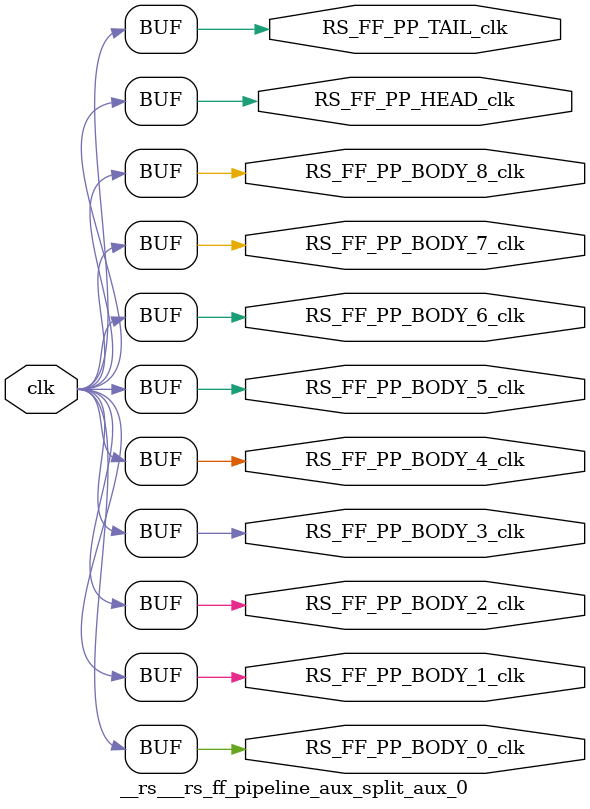
<source format=v>
`timescale 1 ns / 1 ps
module __rs___rs_ff_pipeline_aux_split_aux_0 #(
    parameter DATA_WIDTH      = 32,
    parameter HEAD_LEVEL      = 0,
    parameter BODY_LEVEL      = 2,
    parameter TAIL_LEVEL      = 0,
    parameter __HEAD_REGION   = "",
    parameter __BODY_0_REGION = "",
    parameter __BODY_1_REGION = "",
    parameter __BODY_2_REGION = "",
    parameter __BODY_3_REGION = "",
    parameter __BODY_4_REGION = "",
    parameter __BODY_5_REGION = "",
    parameter __BODY_6_REGION = "",
    parameter __BODY_7_REGION = "",
    parameter __BODY_8_REGION = "",
    parameter __TAIL_REGION   = ""
) (
    output wire RS_FF_PP_BODY_0_clk,
    output wire RS_FF_PP_BODY_1_clk,
    output wire RS_FF_PP_BODY_2_clk,
    output wire RS_FF_PP_BODY_3_clk,
    output wire RS_FF_PP_BODY_4_clk,
    output wire RS_FF_PP_BODY_5_clk,
    output wire RS_FF_PP_BODY_6_clk,
    output wire RS_FF_PP_BODY_7_clk,
    output wire RS_FF_PP_BODY_8_clk,
    output wire RS_FF_PP_HEAD_clk,
    output wire RS_FF_PP_TAIL_clk,
    input wire  clk
);
assign RS_FF_PP_BODY_0_clk = clk;
assign RS_FF_PP_BODY_1_clk = clk;
assign RS_FF_PP_BODY_2_clk = clk;
assign RS_FF_PP_BODY_3_clk = clk;
assign RS_FF_PP_BODY_4_clk = clk;
assign RS_FF_PP_BODY_5_clk = clk;
assign RS_FF_PP_BODY_6_clk = clk;
assign RS_FF_PP_BODY_7_clk = clk;
assign RS_FF_PP_BODY_8_clk = clk;
assign RS_FF_PP_HEAD_clk = clk;
assign RS_FF_PP_TAIL_clk = clk;
endmodule

</source>
